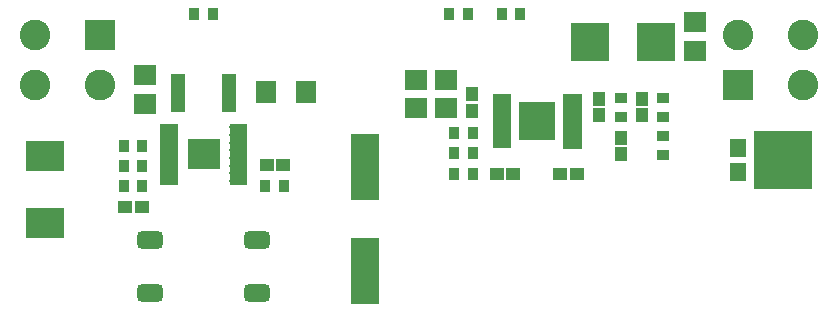
<source format=gts>
G04*
G04 #@! TF.GenerationSoftware,Altium Limited,Altium Designer,19.1.6 (110)*
G04*
G04 Layer_Color=8388736*
%FSLAX43Y43*%
%MOMM*%
G71*
G01*
G75*
%ADD15R,1.350X1.500*%
%ADD16R,4.900X4.900*%
%ADD17R,3.100X3.200*%
%ADD18O,1.500X0.550*%
%ADD19R,1.500X0.550*%
G04:AMPARAMS|DCode=20|XSize=2.2mm|YSize=1.5mm|CornerRadius=0.4mm|HoleSize=0mm|Usage=FLASHONLY|Rotation=0.000|XOffset=0mm|YOffset=0mm|HoleType=Round|Shape=RoundedRectangle|*
%AMROUNDEDRECTD20*
21,1,2.200,0.700,0,0,0.0*
21,1,1.400,1.500,0,0,0.0*
1,1,0.800,0.700,-0.350*
1,1,0.800,-0.700,-0.350*
1,1,0.800,-0.700,0.350*
1,1,0.800,0.700,0.350*
%
%ADD20ROUNDEDRECTD20*%
%ADD21R,1.250X1.100*%
%ADD22R,0.950X1.000*%
%ADD23R,3.250X2.550*%
%ADD24R,2.450X5.550*%
%ADD25R,3.300X3.250*%
%ADD26R,1.900X1.750*%
%ADD27R,0.900X1.050*%
%ADD28R,1.100X1.250*%
%ADD29R,1.000X0.950*%
%ADD30R,1.800X1.900*%
%ADD31R,1.150X3.300*%
%ADD32R,2.760X2.560*%
%ADD33C,2.600*%
%ADD34R,2.600X2.600*%
G36*
X65800Y82900D02*
X64300D01*
Y88000D01*
X65800D01*
Y82900D01*
D02*
G37*
G36*
X71700D02*
X70200D01*
Y88100D01*
X71700D01*
Y82900D01*
D02*
G37*
G36*
X94000Y86000D02*
X92500D01*
Y90600D01*
X94000D01*
Y86000D01*
D02*
G37*
G36*
X100000Y90600D02*
X100000Y85900D01*
X98400Y85900D01*
X98400Y90600D01*
X100000Y90600D01*
D02*
G37*
D15*
X113235Y86040D02*
D03*
Y83960D02*
D03*
D16*
X117040Y85000D02*
D03*
D17*
X96200Y88300D02*
D03*
D18*
X99150Y86350D02*
D03*
Y87000D02*
D03*
Y87650D02*
D03*
Y88300D02*
D03*
Y88950D02*
D03*
Y89600D02*
D03*
Y90250D02*
D03*
X93250Y86350D02*
D03*
Y87000D02*
D03*
Y87650D02*
D03*
Y88300D02*
D03*
Y88950D02*
D03*
Y89600D02*
D03*
X65050Y87125D02*
D03*
Y86475D02*
D03*
Y85825D02*
D03*
Y85175D02*
D03*
Y84525D02*
D03*
Y83875D02*
D03*
Y83225D02*
D03*
X70950Y87775D02*
D03*
Y87125D02*
D03*
Y86475D02*
D03*
Y85825D02*
D03*
Y85175D02*
D03*
Y84525D02*
D03*
Y83875D02*
D03*
Y83225D02*
D03*
D19*
X93250Y90250D02*
D03*
X65050Y87775D02*
D03*
D20*
X63450Y78240D02*
D03*
X72550D02*
D03*
Y73760D02*
D03*
X63450D02*
D03*
D21*
X98200Y83850D02*
D03*
X99600D02*
D03*
X61350Y81000D02*
D03*
X62750D02*
D03*
X74750Y84550D02*
D03*
X73350D02*
D03*
X94200Y83850D02*
D03*
X92800D02*
D03*
D22*
X73225Y82800D02*
D03*
X74775D02*
D03*
X61225D02*
D03*
X62775D02*
D03*
Y84500D02*
D03*
X61225D02*
D03*
X62775Y86200D02*
D03*
X61225D02*
D03*
X89225Y87300D02*
D03*
X90775D02*
D03*
X89225Y85600D02*
D03*
X90775D02*
D03*
Y83800D02*
D03*
X89225D02*
D03*
X94775Y97400D02*
D03*
X93225D02*
D03*
D23*
X54600Y85350D02*
D03*
Y79650D02*
D03*
D24*
X81700Y84400D02*
D03*
Y75600D02*
D03*
D25*
X100700Y95000D02*
D03*
X106300D02*
D03*
D26*
X109600Y94250D02*
D03*
Y96700D02*
D03*
X86000Y91825D02*
D03*
Y89375D02*
D03*
X88500Y91825D02*
D03*
Y89375D02*
D03*
X63000Y92225D02*
D03*
Y89775D02*
D03*
D27*
X90425Y97400D02*
D03*
X88775D02*
D03*
X67175Y97400D02*
D03*
X68825D02*
D03*
D28*
X90700Y89200D02*
D03*
Y90600D02*
D03*
X105100Y90200D02*
D03*
Y88800D02*
D03*
X103300Y86900D02*
D03*
Y85500D02*
D03*
X101500Y88800D02*
D03*
Y90200D02*
D03*
D29*
X106900Y87025D02*
D03*
Y85475D02*
D03*
Y90225D02*
D03*
Y88675D02*
D03*
X103300D02*
D03*
Y90225D02*
D03*
D30*
X73300Y90800D02*
D03*
X76700D02*
D03*
D31*
X65825Y90700D02*
D03*
X70175D02*
D03*
D32*
X68000Y85500D02*
D03*
D33*
X118750Y91400D02*
D03*
Y95600D02*
D03*
X113250D02*
D03*
X53750D02*
D03*
Y91400D02*
D03*
X59250D02*
D03*
D34*
X113250D02*
D03*
X59250Y95600D02*
D03*
M02*

</source>
